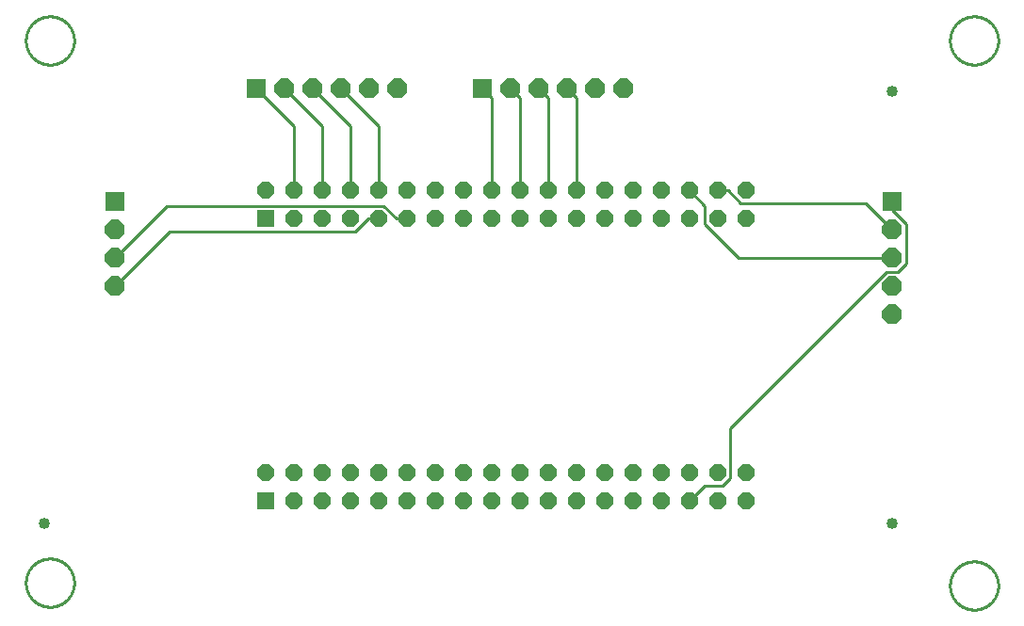
<source format=gbr>
G04 EAGLE Gerber RS-274X export*
G75*
%MOMM*%
%FSLAX34Y34*%
%LPD*%
%INTop Copper*%
%IPPOS*%
%AMOC8*
5,1,8,0,0,1.08239X$1,22.5*%
G01*
%ADD10C,0.254000*%
%ADD11R,1.524000X1.524000*%
%ADD12P,1.649562X8X22.500000*%
%ADD13P,1.924489X8X112.500000*%
%ADD14R,1.778000X1.778000*%
%ADD15P,1.924489X8X22.500000*%
%ADD16C,1.016000*%


D10*
X21478Y523240D02*
X21485Y523773D01*
X21504Y524305D01*
X21537Y524836D01*
X21583Y525367D01*
X21641Y525897D01*
X21713Y526424D01*
X21798Y526950D01*
X21895Y527474D01*
X22005Y527995D01*
X22128Y528513D01*
X22264Y529028D01*
X22412Y529540D01*
X22573Y530048D01*
X22747Y530551D01*
X22932Y531050D01*
X23130Y531545D01*
X23340Y532035D01*
X23562Y532519D01*
X23795Y532997D01*
X24041Y533470D01*
X24297Y533937D01*
X24566Y534397D01*
X24845Y534851D01*
X25135Y535297D01*
X25437Y535736D01*
X25749Y536168D01*
X26071Y536592D01*
X26404Y537008D01*
X26747Y537415D01*
X27100Y537814D01*
X27462Y538204D01*
X27834Y538586D01*
X28216Y538958D01*
X28606Y539320D01*
X29005Y539673D01*
X29412Y540016D01*
X29828Y540349D01*
X30252Y540671D01*
X30684Y540983D01*
X31123Y541285D01*
X31569Y541575D01*
X32023Y541854D01*
X32483Y542123D01*
X32950Y542379D01*
X33423Y542625D01*
X33901Y542858D01*
X34385Y543080D01*
X34875Y543290D01*
X35370Y543488D01*
X35869Y543673D01*
X36372Y543847D01*
X36880Y544008D01*
X37392Y544156D01*
X37907Y544292D01*
X38425Y544415D01*
X38946Y544525D01*
X39470Y544622D01*
X39996Y544707D01*
X40523Y544779D01*
X41053Y544837D01*
X41584Y544883D01*
X42115Y544916D01*
X42647Y544935D01*
X43180Y544942D01*
X43713Y544935D01*
X44245Y544916D01*
X44776Y544883D01*
X45307Y544837D01*
X45837Y544779D01*
X46364Y544707D01*
X46890Y544622D01*
X47414Y544525D01*
X47935Y544415D01*
X48453Y544292D01*
X48968Y544156D01*
X49480Y544008D01*
X49988Y543847D01*
X50491Y543673D01*
X50990Y543488D01*
X51485Y543290D01*
X51975Y543080D01*
X52459Y542858D01*
X52937Y542625D01*
X53410Y542379D01*
X53877Y542123D01*
X54337Y541854D01*
X54791Y541575D01*
X55237Y541285D01*
X55676Y540983D01*
X56108Y540671D01*
X56532Y540349D01*
X56948Y540016D01*
X57355Y539673D01*
X57754Y539320D01*
X58144Y538958D01*
X58526Y538586D01*
X58898Y538204D01*
X59260Y537814D01*
X59613Y537415D01*
X59956Y537008D01*
X60289Y536592D01*
X60611Y536168D01*
X60923Y535736D01*
X61225Y535297D01*
X61515Y534851D01*
X61794Y534397D01*
X62063Y533937D01*
X62319Y533470D01*
X62565Y532997D01*
X62798Y532519D01*
X63020Y532035D01*
X63230Y531545D01*
X63428Y531050D01*
X63613Y530551D01*
X63787Y530048D01*
X63948Y529540D01*
X64096Y529028D01*
X64232Y528513D01*
X64355Y527995D01*
X64465Y527474D01*
X64562Y526950D01*
X64647Y526424D01*
X64719Y525897D01*
X64777Y525367D01*
X64823Y524836D01*
X64856Y524305D01*
X64875Y523773D01*
X64882Y523240D01*
X64875Y522707D01*
X64856Y522175D01*
X64823Y521644D01*
X64777Y521113D01*
X64719Y520583D01*
X64647Y520056D01*
X64562Y519530D01*
X64465Y519006D01*
X64355Y518485D01*
X64232Y517967D01*
X64096Y517452D01*
X63948Y516940D01*
X63787Y516432D01*
X63613Y515929D01*
X63428Y515430D01*
X63230Y514935D01*
X63020Y514445D01*
X62798Y513961D01*
X62565Y513483D01*
X62319Y513010D01*
X62063Y512543D01*
X61794Y512083D01*
X61515Y511629D01*
X61225Y511183D01*
X60923Y510744D01*
X60611Y510312D01*
X60289Y509888D01*
X59956Y509472D01*
X59613Y509065D01*
X59260Y508666D01*
X58898Y508276D01*
X58526Y507894D01*
X58144Y507522D01*
X57754Y507160D01*
X57355Y506807D01*
X56948Y506464D01*
X56532Y506131D01*
X56108Y505809D01*
X55676Y505497D01*
X55237Y505195D01*
X54791Y504905D01*
X54337Y504626D01*
X53877Y504357D01*
X53410Y504101D01*
X52937Y503855D01*
X52459Y503622D01*
X51975Y503400D01*
X51485Y503190D01*
X50990Y502992D01*
X50491Y502807D01*
X49988Y502633D01*
X49480Y502472D01*
X48968Y502324D01*
X48453Y502188D01*
X47935Y502065D01*
X47414Y501955D01*
X46890Y501858D01*
X46364Y501773D01*
X45837Y501701D01*
X45307Y501643D01*
X44776Y501597D01*
X44245Y501564D01*
X43713Y501545D01*
X43180Y501538D01*
X42647Y501545D01*
X42115Y501564D01*
X41584Y501597D01*
X41053Y501643D01*
X40523Y501701D01*
X39996Y501773D01*
X39470Y501858D01*
X38946Y501955D01*
X38425Y502065D01*
X37907Y502188D01*
X37392Y502324D01*
X36880Y502472D01*
X36372Y502633D01*
X35869Y502807D01*
X35370Y502992D01*
X34875Y503190D01*
X34385Y503400D01*
X33901Y503622D01*
X33423Y503855D01*
X32950Y504101D01*
X32483Y504357D01*
X32023Y504626D01*
X31569Y504905D01*
X31123Y505195D01*
X30684Y505497D01*
X30252Y505809D01*
X29828Y506131D01*
X29412Y506464D01*
X29005Y506807D01*
X28606Y507160D01*
X28216Y507522D01*
X27834Y507894D01*
X27462Y508276D01*
X27100Y508666D01*
X26747Y509065D01*
X26404Y509472D01*
X26071Y509888D01*
X25749Y510312D01*
X25437Y510744D01*
X25135Y511183D01*
X24845Y511629D01*
X24566Y512083D01*
X24297Y512543D01*
X24041Y513010D01*
X23795Y513483D01*
X23562Y513961D01*
X23340Y514445D01*
X23130Y514935D01*
X22932Y515430D01*
X22747Y515929D01*
X22573Y516432D01*
X22412Y516940D01*
X22264Y517452D01*
X22128Y517967D01*
X22005Y518485D01*
X21895Y519006D01*
X21798Y519530D01*
X21713Y520056D01*
X21641Y520583D01*
X21583Y521113D01*
X21537Y521644D01*
X21504Y522175D01*
X21485Y522707D01*
X21478Y523240D01*
X21478Y35560D02*
X21485Y36093D01*
X21504Y36625D01*
X21537Y37156D01*
X21583Y37687D01*
X21641Y38217D01*
X21713Y38744D01*
X21798Y39270D01*
X21895Y39794D01*
X22005Y40315D01*
X22128Y40833D01*
X22264Y41348D01*
X22412Y41860D01*
X22573Y42368D01*
X22747Y42871D01*
X22932Y43370D01*
X23130Y43865D01*
X23340Y44355D01*
X23562Y44839D01*
X23795Y45317D01*
X24041Y45790D01*
X24297Y46257D01*
X24566Y46717D01*
X24845Y47171D01*
X25135Y47617D01*
X25437Y48056D01*
X25749Y48488D01*
X26071Y48912D01*
X26404Y49328D01*
X26747Y49735D01*
X27100Y50134D01*
X27462Y50524D01*
X27834Y50906D01*
X28216Y51278D01*
X28606Y51640D01*
X29005Y51993D01*
X29412Y52336D01*
X29828Y52669D01*
X30252Y52991D01*
X30684Y53303D01*
X31123Y53605D01*
X31569Y53895D01*
X32023Y54174D01*
X32483Y54443D01*
X32950Y54699D01*
X33423Y54945D01*
X33901Y55178D01*
X34385Y55400D01*
X34875Y55610D01*
X35370Y55808D01*
X35869Y55993D01*
X36372Y56167D01*
X36880Y56328D01*
X37392Y56476D01*
X37907Y56612D01*
X38425Y56735D01*
X38946Y56845D01*
X39470Y56942D01*
X39996Y57027D01*
X40523Y57099D01*
X41053Y57157D01*
X41584Y57203D01*
X42115Y57236D01*
X42647Y57255D01*
X43180Y57262D01*
X43713Y57255D01*
X44245Y57236D01*
X44776Y57203D01*
X45307Y57157D01*
X45837Y57099D01*
X46364Y57027D01*
X46890Y56942D01*
X47414Y56845D01*
X47935Y56735D01*
X48453Y56612D01*
X48968Y56476D01*
X49480Y56328D01*
X49988Y56167D01*
X50491Y55993D01*
X50990Y55808D01*
X51485Y55610D01*
X51975Y55400D01*
X52459Y55178D01*
X52937Y54945D01*
X53410Y54699D01*
X53877Y54443D01*
X54337Y54174D01*
X54791Y53895D01*
X55237Y53605D01*
X55676Y53303D01*
X56108Y52991D01*
X56532Y52669D01*
X56948Y52336D01*
X57355Y51993D01*
X57754Y51640D01*
X58144Y51278D01*
X58526Y50906D01*
X58898Y50524D01*
X59260Y50134D01*
X59613Y49735D01*
X59956Y49328D01*
X60289Y48912D01*
X60611Y48488D01*
X60923Y48056D01*
X61225Y47617D01*
X61515Y47171D01*
X61794Y46717D01*
X62063Y46257D01*
X62319Y45790D01*
X62565Y45317D01*
X62798Y44839D01*
X63020Y44355D01*
X63230Y43865D01*
X63428Y43370D01*
X63613Y42871D01*
X63787Y42368D01*
X63948Y41860D01*
X64096Y41348D01*
X64232Y40833D01*
X64355Y40315D01*
X64465Y39794D01*
X64562Y39270D01*
X64647Y38744D01*
X64719Y38217D01*
X64777Y37687D01*
X64823Y37156D01*
X64856Y36625D01*
X64875Y36093D01*
X64882Y35560D01*
X64875Y35027D01*
X64856Y34495D01*
X64823Y33964D01*
X64777Y33433D01*
X64719Y32903D01*
X64647Y32376D01*
X64562Y31850D01*
X64465Y31326D01*
X64355Y30805D01*
X64232Y30287D01*
X64096Y29772D01*
X63948Y29260D01*
X63787Y28752D01*
X63613Y28249D01*
X63428Y27750D01*
X63230Y27255D01*
X63020Y26765D01*
X62798Y26281D01*
X62565Y25803D01*
X62319Y25330D01*
X62063Y24863D01*
X61794Y24403D01*
X61515Y23949D01*
X61225Y23503D01*
X60923Y23064D01*
X60611Y22632D01*
X60289Y22208D01*
X59956Y21792D01*
X59613Y21385D01*
X59260Y20986D01*
X58898Y20596D01*
X58526Y20214D01*
X58144Y19842D01*
X57754Y19480D01*
X57355Y19127D01*
X56948Y18784D01*
X56532Y18451D01*
X56108Y18129D01*
X55676Y17817D01*
X55237Y17515D01*
X54791Y17225D01*
X54337Y16946D01*
X53877Y16677D01*
X53410Y16421D01*
X52937Y16175D01*
X52459Y15942D01*
X51975Y15720D01*
X51485Y15510D01*
X50990Y15312D01*
X50491Y15127D01*
X49988Y14953D01*
X49480Y14792D01*
X48968Y14644D01*
X48453Y14508D01*
X47935Y14385D01*
X47414Y14275D01*
X46890Y14178D01*
X46364Y14093D01*
X45837Y14021D01*
X45307Y13963D01*
X44776Y13917D01*
X44245Y13884D01*
X43713Y13865D01*
X43180Y13858D01*
X42647Y13865D01*
X42115Y13884D01*
X41584Y13917D01*
X41053Y13963D01*
X40523Y14021D01*
X39996Y14093D01*
X39470Y14178D01*
X38946Y14275D01*
X38425Y14385D01*
X37907Y14508D01*
X37392Y14644D01*
X36880Y14792D01*
X36372Y14953D01*
X35869Y15127D01*
X35370Y15312D01*
X34875Y15510D01*
X34385Y15720D01*
X33901Y15942D01*
X33423Y16175D01*
X32950Y16421D01*
X32483Y16677D01*
X32023Y16946D01*
X31569Y17225D01*
X31123Y17515D01*
X30684Y17817D01*
X30252Y18129D01*
X29828Y18451D01*
X29412Y18784D01*
X29005Y19127D01*
X28606Y19480D01*
X28216Y19842D01*
X27834Y20214D01*
X27462Y20596D01*
X27100Y20986D01*
X26747Y21385D01*
X26404Y21792D01*
X26071Y22208D01*
X25749Y22632D01*
X25437Y23064D01*
X25135Y23503D01*
X24845Y23949D01*
X24566Y24403D01*
X24297Y24863D01*
X24041Y25330D01*
X23795Y25803D01*
X23562Y26281D01*
X23340Y26765D01*
X23130Y27255D01*
X22932Y27750D01*
X22747Y28249D01*
X22573Y28752D01*
X22412Y29260D01*
X22264Y29772D01*
X22128Y30287D01*
X22005Y30805D01*
X21895Y31326D01*
X21798Y31850D01*
X21713Y32376D01*
X21641Y32903D01*
X21583Y33433D01*
X21537Y33964D01*
X21504Y34495D01*
X21485Y35027D01*
X21478Y35560D01*
X852058Y33020D02*
X852065Y33553D01*
X852084Y34085D01*
X852117Y34616D01*
X852163Y35147D01*
X852221Y35677D01*
X852293Y36204D01*
X852378Y36730D01*
X852475Y37254D01*
X852585Y37775D01*
X852708Y38293D01*
X852844Y38808D01*
X852992Y39320D01*
X853153Y39828D01*
X853327Y40331D01*
X853512Y40830D01*
X853710Y41325D01*
X853920Y41815D01*
X854142Y42299D01*
X854375Y42777D01*
X854621Y43250D01*
X854877Y43717D01*
X855146Y44177D01*
X855425Y44631D01*
X855715Y45077D01*
X856017Y45516D01*
X856329Y45948D01*
X856651Y46372D01*
X856984Y46788D01*
X857327Y47195D01*
X857680Y47594D01*
X858042Y47984D01*
X858414Y48366D01*
X858796Y48738D01*
X859186Y49100D01*
X859585Y49453D01*
X859992Y49796D01*
X860408Y50129D01*
X860832Y50451D01*
X861264Y50763D01*
X861703Y51065D01*
X862149Y51355D01*
X862603Y51634D01*
X863063Y51903D01*
X863530Y52159D01*
X864003Y52405D01*
X864481Y52638D01*
X864965Y52860D01*
X865455Y53070D01*
X865950Y53268D01*
X866449Y53453D01*
X866952Y53627D01*
X867460Y53788D01*
X867972Y53936D01*
X868487Y54072D01*
X869005Y54195D01*
X869526Y54305D01*
X870050Y54402D01*
X870576Y54487D01*
X871103Y54559D01*
X871633Y54617D01*
X872164Y54663D01*
X872695Y54696D01*
X873227Y54715D01*
X873760Y54722D01*
X874293Y54715D01*
X874825Y54696D01*
X875356Y54663D01*
X875887Y54617D01*
X876417Y54559D01*
X876944Y54487D01*
X877470Y54402D01*
X877994Y54305D01*
X878515Y54195D01*
X879033Y54072D01*
X879548Y53936D01*
X880060Y53788D01*
X880568Y53627D01*
X881071Y53453D01*
X881570Y53268D01*
X882065Y53070D01*
X882555Y52860D01*
X883039Y52638D01*
X883517Y52405D01*
X883990Y52159D01*
X884457Y51903D01*
X884917Y51634D01*
X885371Y51355D01*
X885817Y51065D01*
X886256Y50763D01*
X886688Y50451D01*
X887112Y50129D01*
X887528Y49796D01*
X887935Y49453D01*
X888334Y49100D01*
X888724Y48738D01*
X889106Y48366D01*
X889478Y47984D01*
X889840Y47594D01*
X890193Y47195D01*
X890536Y46788D01*
X890869Y46372D01*
X891191Y45948D01*
X891503Y45516D01*
X891805Y45077D01*
X892095Y44631D01*
X892374Y44177D01*
X892643Y43717D01*
X892899Y43250D01*
X893145Y42777D01*
X893378Y42299D01*
X893600Y41815D01*
X893810Y41325D01*
X894008Y40830D01*
X894193Y40331D01*
X894367Y39828D01*
X894528Y39320D01*
X894676Y38808D01*
X894812Y38293D01*
X894935Y37775D01*
X895045Y37254D01*
X895142Y36730D01*
X895227Y36204D01*
X895299Y35677D01*
X895357Y35147D01*
X895403Y34616D01*
X895436Y34085D01*
X895455Y33553D01*
X895462Y33020D01*
X895455Y32487D01*
X895436Y31955D01*
X895403Y31424D01*
X895357Y30893D01*
X895299Y30363D01*
X895227Y29836D01*
X895142Y29310D01*
X895045Y28786D01*
X894935Y28265D01*
X894812Y27747D01*
X894676Y27232D01*
X894528Y26720D01*
X894367Y26212D01*
X894193Y25709D01*
X894008Y25210D01*
X893810Y24715D01*
X893600Y24225D01*
X893378Y23741D01*
X893145Y23263D01*
X892899Y22790D01*
X892643Y22323D01*
X892374Y21863D01*
X892095Y21409D01*
X891805Y20963D01*
X891503Y20524D01*
X891191Y20092D01*
X890869Y19668D01*
X890536Y19252D01*
X890193Y18845D01*
X889840Y18446D01*
X889478Y18056D01*
X889106Y17674D01*
X888724Y17302D01*
X888334Y16940D01*
X887935Y16587D01*
X887528Y16244D01*
X887112Y15911D01*
X886688Y15589D01*
X886256Y15277D01*
X885817Y14975D01*
X885371Y14685D01*
X884917Y14406D01*
X884457Y14137D01*
X883990Y13881D01*
X883517Y13635D01*
X883039Y13402D01*
X882555Y13180D01*
X882065Y12970D01*
X881570Y12772D01*
X881071Y12587D01*
X880568Y12413D01*
X880060Y12252D01*
X879548Y12104D01*
X879033Y11968D01*
X878515Y11845D01*
X877994Y11735D01*
X877470Y11638D01*
X876944Y11553D01*
X876417Y11481D01*
X875887Y11423D01*
X875356Y11377D01*
X874825Y11344D01*
X874293Y11325D01*
X873760Y11318D01*
X873227Y11325D01*
X872695Y11344D01*
X872164Y11377D01*
X871633Y11423D01*
X871103Y11481D01*
X870576Y11553D01*
X870050Y11638D01*
X869526Y11735D01*
X869005Y11845D01*
X868487Y11968D01*
X867972Y12104D01*
X867460Y12252D01*
X866952Y12413D01*
X866449Y12587D01*
X865950Y12772D01*
X865455Y12970D01*
X864965Y13180D01*
X864481Y13402D01*
X864003Y13635D01*
X863530Y13881D01*
X863063Y14137D01*
X862603Y14406D01*
X862149Y14685D01*
X861703Y14975D01*
X861264Y15277D01*
X860832Y15589D01*
X860408Y15911D01*
X859992Y16244D01*
X859585Y16587D01*
X859186Y16940D01*
X858796Y17302D01*
X858414Y17674D01*
X858042Y18056D01*
X857680Y18446D01*
X857327Y18845D01*
X856984Y19252D01*
X856651Y19668D01*
X856329Y20092D01*
X856017Y20524D01*
X855715Y20963D01*
X855425Y21409D01*
X855146Y21863D01*
X854877Y22323D01*
X854621Y22790D01*
X854375Y23263D01*
X854142Y23741D01*
X853920Y24225D01*
X853710Y24715D01*
X853512Y25210D01*
X853327Y25709D01*
X853153Y26212D01*
X852992Y26720D01*
X852844Y27232D01*
X852708Y27747D01*
X852585Y28265D01*
X852475Y28786D01*
X852378Y29310D01*
X852293Y29836D01*
X852221Y30363D01*
X852163Y30893D01*
X852117Y31424D01*
X852084Y31955D01*
X852065Y32487D01*
X852058Y33020D01*
X852058Y523240D02*
X852065Y523773D01*
X852084Y524305D01*
X852117Y524836D01*
X852163Y525367D01*
X852221Y525897D01*
X852293Y526424D01*
X852378Y526950D01*
X852475Y527474D01*
X852585Y527995D01*
X852708Y528513D01*
X852844Y529028D01*
X852992Y529540D01*
X853153Y530048D01*
X853327Y530551D01*
X853512Y531050D01*
X853710Y531545D01*
X853920Y532035D01*
X854142Y532519D01*
X854375Y532997D01*
X854621Y533470D01*
X854877Y533937D01*
X855146Y534397D01*
X855425Y534851D01*
X855715Y535297D01*
X856017Y535736D01*
X856329Y536168D01*
X856651Y536592D01*
X856984Y537008D01*
X857327Y537415D01*
X857680Y537814D01*
X858042Y538204D01*
X858414Y538586D01*
X858796Y538958D01*
X859186Y539320D01*
X859585Y539673D01*
X859992Y540016D01*
X860408Y540349D01*
X860832Y540671D01*
X861264Y540983D01*
X861703Y541285D01*
X862149Y541575D01*
X862603Y541854D01*
X863063Y542123D01*
X863530Y542379D01*
X864003Y542625D01*
X864481Y542858D01*
X864965Y543080D01*
X865455Y543290D01*
X865950Y543488D01*
X866449Y543673D01*
X866952Y543847D01*
X867460Y544008D01*
X867972Y544156D01*
X868487Y544292D01*
X869005Y544415D01*
X869526Y544525D01*
X870050Y544622D01*
X870576Y544707D01*
X871103Y544779D01*
X871633Y544837D01*
X872164Y544883D01*
X872695Y544916D01*
X873227Y544935D01*
X873760Y544942D01*
X874293Y544935D01*
X874825Y544916D01*
X875356Y544883D01*
X875887Y544837D01*
X876417Y544779D01*
X876944Y544707D01*
X877470Y544622D01*
X877994Y544525D01*
X878515Y544415D01*
X879033Y544292D01*
X879548Y544156D01*
X880060Y544008D01*
X880568Y543847D01*
X881071Y543673D01*
X881570Y543488D01*
X882065Y543290D01*
X882555Y543080D01*
X883039Y542858D01*
X883517Y542625D01*
X883990Y542379D01*
X884457Y542123D01*
X884917Y541854D01*
X885371Y541575D01*
X885817Y541285D01*
X886256Y540983D01*
X886688Y540671D01*
X887112Y540349D01*
X887528Y540016D01*
X887935Y539673D01*
X888334Y539320D01*
X888724Y538958D01*
X889106Y538586D01*
X889478Y538204D01*
X889840Y537814D01*
X890193Y537415D01*
X890536Y537008D01*
X890869Y536592D01*
X891191Y536168D01*
X891503Y535736D01*
X891805Y535297D01*
X892095Y534851D01*
X892374Y534397D01*
X892643Y533937D01*
X892899Y533470D01*
X893145Y532997D01*
X893378Y532519D01*
X893600Y532035D01*
X893810Y531545D01*
X894008Y531050D01*
X894193Y530551D01*
X894367Y530048D01*
X894528Y529540D01*
X894676Y529028D01*
X894812Y528513D01*
X894935Y527995D01*
X895045Y527474D01*
X895142Y526950D01*
X895227Y526424D01*
X895299Y525897D01*
X895357Y525367D01*
X895403Y524836D01*
X895436Y524305D01*
X895455Y523773D01*
X895462Y523240D01*
X895455Y522707D01*
X895436Y522175D01*
X895403Y521644D01*
X895357Y521113D01*
X895299Y520583D01*
X895227Y520056D01*
X895142Y519530D01*
X895045Y519006D01*
X894935Y518485D01*
X894812Y517967D01*
X894676Y517452D01*
X894528Y516940D01*
X894367Y516432D01*
X894193Y515929D01*
X894008Y515430D01*
X893810Y514935D01*
X893600Y514445D01*
X893378Y513961D01*
X893145Y513483D01*
X892899Y513010D01*
X892643Y512543D01*
X892374Y512083D01*
X892095Y511629D01*
X891805Y511183D01*
X891503Y510744D01*
X891191Y510312D01*
X890869Y509888D01*
X890536Y509472D01*
X890193Y509065D01*
X889840Y508666D01*
X889478Y508276D01*
X889106Y507894D01*
X888724Y507522D01*
X888334Y507160D01*
X887935Y506807D01*
X887528Y506464D01*
X887112Y506131D01*
X886688Y505809D01*
X886256Y505497D01*
X885817Y505195D01*
X885371Y504905D01*
X884917Y504626D01*
X884457Y504357D01*
X883990Y504101D01*
X883517Y503855D01*
X883039Y503622D01*
X882555Y503400D01*
X882065Y503190D01*
X881570Y502992D01*
X881071Y502807D01*
X880568Y502633D01*
X880060Y502472D01*
X879548Y502324D01*
X879033Y502188D01*
X878515Y502065D01*
X877994Y501955D01*
X877470Y501858D01*
X876944Y501773D01*
X876417Y501701D01*
X875887Y501643D01*
X875356Y501597D01*
X874825Y501564D01*
X874293Y501545D01*
X873760Y501538D01*
X873227Y501545D01*
X872695Y501564D01*
X872164Y501597D01*
X871633Y501643D01*
X871103Y501701D01*
X870576Y501773D01*
X870050Y501858D01*
X869526Y501955D01*
X869005Y502065D01*
X868487Y502188D01*
X867972Y502324D01*
X867460Y502472D01*
X866952Y502633D01*
X866449Y502807D01*
X865950Y502992D01*
X865455Y503190D01*
X864965Y503400D01*
X864481Y503622D01*
X864003Y503855D01*
X863530Y504101D01*
X863063Y504357D01*
X862603Y504626D01*
X862149Y504905D01*
X861703Y505195D01*
X861264Y505497D01*
X860832Y505809D01*
X860408Y506131D01*
X859992Y506464D01*
X859585Y506807D01*
X859186Y507160D01*
X858796Y507522D01*
X858414Y507894D01*
X858042Y508276D01*
X857680Y508666D01*
X857327Y509065D01*
X856984Y509472D01*
X856651Y509888D01*
X856329Y510312D01*
X856017Y510744D01*
X855715Y511183D01*
X855425Y511629D01*
X855146Y512083D01*
X854877Y512543D01*
X854621Y513010D01*
X854375Y513483D01*
X854142Y513961D01*
X853920Y514445D01*
X853710Y514935D01*
X853512Y515430D01*
X853327Y515929D01*
X853153Y516432D01*
X852992Y516940D01*
X852844Y517452D01*
X852708Y517967D01*
X852585Y518485D01*
X852475Y519006D01*
X852378Y519530D01*
X852293Y520056D01*
X852221Y520583D01*
X852163Y521113D01*
X852117Y521644D01*
X852084Y522175D01*
X852065Y522707D01*
X852058Y523240D01*
D11*
X236900Y108960D03*
D12*
X236900Y134360D03*
X262300Y108960D03*
X262300Y134360D03*
X287700Y108960D03*
X287700Y134360D03*
X313100Y108960D03*
X313100Y134360D03*
X338500Y108960D03*
X338500Y134360D03*
X363900Y108960D03*
X363900Y134360D03*
X389300Y108960D03*
X389300Y134360D03*
X414700Y108960D03*
X414700Y134360D03*
X440100Y108960D03*
X440100Y134360D03*
X465500Y108960D03*
X465500Y134360D03*
X490900Y108960D03*
X490900Y134360D03*
X516300Y108960D03*
X516300Y134360D03*
X541700Y108960D03*
X541700Y134360D03*
X567100Y108960D03*
X567100Y134360D03*
X592500Y108960D03*
X592500Y134360D03*
X617900Y108960D03*
X617900Y134360D03*
X643300Y108960D03*
X643300Y134360D03*
X668700Y108960D03*
X668700Y134360D03*
D11*
X236900Y362960D03*
D12*
X236900Y388360D03*
X262300Y362960D03*
X262300Y388360D03*
X287700Y362960D03*
X287700Y388360D03*
X313100Y362960D03*
X313100Y388360D03*
X338500Y362960D03*
X338500Y388360D03*
X363900Y362960D03*
X363900Y388360D03*
X389300Y362960D03*
X389300Y388360D03*
X414700Y362960D03*
X414700Y388360D03*
X440100Y362960D03*
X440100Y388360D03*
X465500Y362960D03*
X465500Y388360D03*
X490900Y362960D03*
X490900Y388360D03*
X516300Y362960D03*
X516300Y388360D03*
X541700Y362960D03*
X541700Y388360D03*
X567100Y362960D03*
X567100Y388360D03*
X592500Y362960D03*
X592500Y388360D03*
X617900Y362960D03*
X617900Y388360D03*
X643300Y362960D03*
X643300Y388360D03*
X668700Y362960D03*
X668700Y388360D03*
D13*
X457200Y480060D03*
D14*
X431800Y480060D03*
D13*
X482600Y480060D03*
X508000Y480060D03*
X533400Y480060D03*
X558800Y480060D03*
X254000Y480060D03*
D14*
X228600Y480060D03*
D13*
X279400Y480060D03*
X304800Y480060D03*
X330200Y480060D03*
X355600Y480060D03*
D15*
X101600Y353060D03*
D14*
X101600Y378460D03*
D15*
X101600Y327660D03*
X101600Y302260D03*
X800100Y353060D03*
D14*
X800100Y378460D03*
D15*
X800100Y327660D03*
X800100Y302260D03*
X800100Y276860D03*
D16*
X38100Y88900D03*
X800100Y88900D03*
X800100Y477520D03*
D10*
X440100Y471760D02*
X431800Y480060D01*
X440100Y471760D02*
X440100Y388360D01*
X465500Y471760D02*
X457200Y480060D01*
X465500Y471760D02*
X465500Y388360D01*
X490900Y471760D02*
X482600Y480060D01*
X490900Y471760D02*
X490900Y388360D01*
X516300Y471760D02*
X508000Y480060D01*
X516300Y471760D02*
X516300Y388360D01*
X262300Y446360D02*
X228600Y480060D01*
X262300Y446360D02*
X262300Y388360D01*
X287700Y446360D02*
X254000Y480060D01*
X287700Y446360D02*
X287700Y388360D01*
X313100Y446360D02*
X279400Y480060D01*
X313100Y446360D02*
X313100Y388360D01*
X338500Y446360D02*
X304800Y480060D01*
X338500Y446360D02*
X338500Y388360D01*
X338500Y362960D02*
X329265Y362960D01*
X317835Y351530D01*
X150870Y351530D02*
X101600Y302260D01*
X150870Y351530D02*
X317835Y351530D01*
X354665Y362960D02*
X363900Y362960D01*
X354665Y362960D02*
X343235Y374390D01*
X148330Y374390D02*
X101600Y327660D01*
X148330Y374390D02*
X343235Y374390D01*
X805361Y314960D02*
X812800Y322399D01*
X654730Y129626D02*
X648035Y122930D01*
X794839Y314960D02*
X805361Y314960D01*
X800100Y371021D02*
X800100Y378460D01*
X631870Y122930D02*
X617900Y108960D01*
X812800Y358321D02*
X800100Y371021D01*
X812800Y358321D02*
X812800Y322399D01*
X648035Y122930D02*
X631870Y122930D01*
X654730Y174851D02*
X794839Y314960D01*
X654730Y174851D02*
X654730Y129626D01*
X652536Y388360D02*
X643300Y388360D01*
X652536Y388360D02*
X663966Y376930D01*
X776230Y376930D02*
X800100Y353060D01*
X776230Y376930D02*
X663966Y376930D01*
X631870Y374390D02*
X617900Y388360D01*
X631870Y374390D02*
X631870Y358226D01*
X662436Y327660D02*
X800100Y327660D01*
X662436Y327660D02*
X631870Y358226D01*
M02*

</source>
